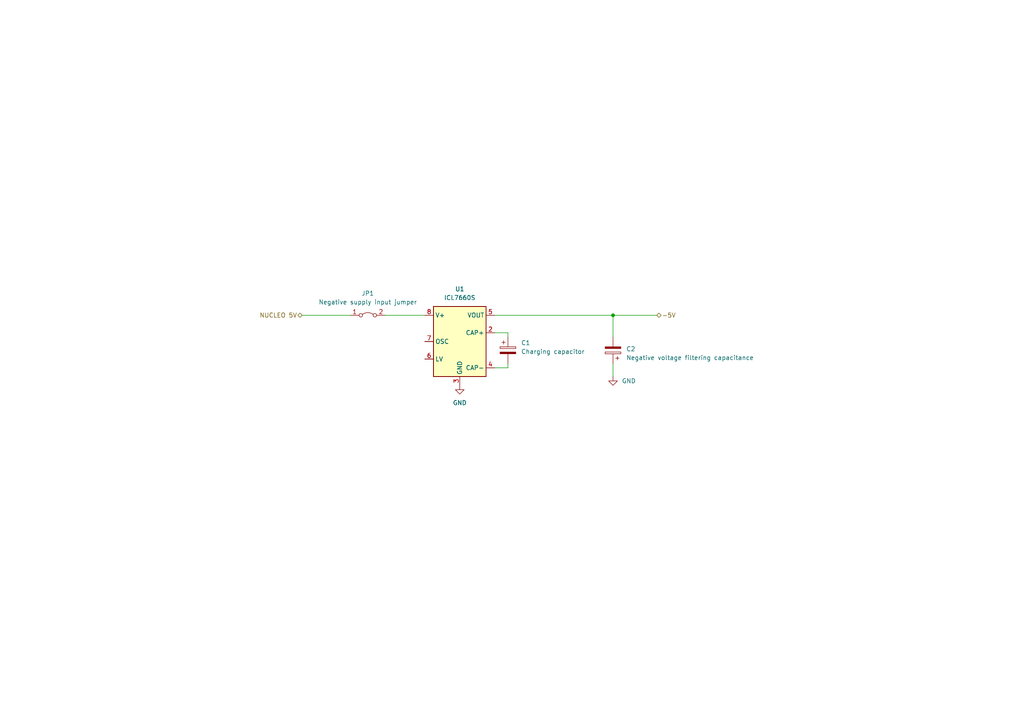
<source format=kicad_sch>
(kicad_sch (version 20211123) (generator eeschema)
  (paper "A4")
  (lib_symbols
    (symbol "Device:C_Polarized" (pin_numbers hide) (pin_names (offset 0.254))
      (property "Reference" "C" (at 0.635 2.54 0))
      (property "Value" "C_Polarized" (at 0.635 -2.54 0))
      (symbol "C_Polarized_0_1"
        (rectangle (start -2.286 0.508) (end 2.286 1.016))
        (polyline (pts (xy -1.778 2.286) (xy -0.762 2.286)))
        (polyline (pts (xy -1.27 2.794) (xy -1.27 1.778)))
        (rectangle (start 2.286 -0.508) (end -2.286 -1.016) (fill (type outline)))
      )
      (symbol "C_Polarized_1_1"
        (pin passive line (at 0 3.81 270) (length 2.794) (name "~") (number "1"))
        (pin passive line (at 0 -3.81 90) (length 2.794) (name "~") (number "2"))
      )
    )
    (symbol "Jumper:Jumper_2_Bridged" (pin_names (offset 0) hide)
      (property "Reference" "JP" (at 0 1.905 0))
      (property "Value" "Jumper_2_Bridged" (at 0 -2.54 0))
      (symbol "Jumper_2_Bridged_0_0"
        (circle (center -2.032 0) (radius 0.508))
        (circle (center 2.032 0) (radius 0.508))
      )
      (symbol "Jumper_2_Bridged_0_1"
        (arc (start 1.524 0.254) (mid 0 0.762) (end -1.524 0.254))
      )
      (symbol "Jumper_2_Bridged_1_1"
        (pin passive line (at -5.08 0 0) (length 2.54) (name "A") (number "1"))
        (pin passive line (at 5.08 0 180) (length 2.54) (name "B") (number "2"))
      )
    )
    (symbol "Regulator_SwitchedCapacitor:ICL7660"
      (property "Reference" "U" (at -6.35 11.43 0))
      (property "Value" "ICL7660" (at 3.81 11.43 0))
      (symbol "ICL7660_0_1"
        (rectangle (start -7.62 10.16) (end 7.62 -10.16) (stroke (width 0.254)) (fill (type background)))
      )
      (symbol "ICL7660_1_1"
        (pin no_connect line (at -7.62 5.08 0) (length 2.54) hide (name "NC") (number "1"))
        (pin input line (at 10.16 2.54 180) (length 2.54) (name "CAP+") (number "2"))
        (pin power_in line (at 0 -12.7 90) (length 2.54) (name "GND") (number "3"))
        (pin input line (at 10.16 -7.62 180) (length 2.54) (name "CAP-") (number "4"))
        (pin power_out line (at 10.16 7.62 180) (length 2.54) (name "VOUT") (number "5"))
        (pin input line (at -10.16 -5.08 0) (length 2.54) (name "LV") (number "6"))
        (pin input line (at -10.16 0 0) (length 2.54) (name "OSC") (number "7"))
        (pin power_in line (at -10.16 7.62 0) (length 2.54) (name "V+") (number "8"))
      )
    )
    (symbol "power:GND" (power) (pin_names (offset 0))
      (property "Value" "GND" (at 0 -3.81 0))
      (symbol "GND_0_1"
        (polyline (pts (xy 0 0) (xy 0 -1.27) (xy 1.27 -1.27) (xy 0 -2.54) (xy -1.27 -1.27) (xy 0 -1.27)))
      )
      (symbol "GND_1_1"
        (pin power_in line (at 0 0 270) (length 0) hide (name "GND") (number "1"))
      )
    )
  )
  (junction (at 177.8 91.44))
  (wire (pts (xy 87.63 91.44) (xy 101.6 91.44)))
  (wire (pts (xy 147.32 105.41) (xy 147.32 106.68)))
  (wire (pts (xy 147.32 106.68) (xy 143.51 106.68)))
  (wire (pts (xy 147.32 96.52) (xy 147.32 97.79)))
  (wire (pts (xy 177.8 105.41) (xy 177.8 109.22)))
  (wire (pts (xy 143.51 96.52) (xy 147.32 96.52)))
  (wire (pts (xy 143.51 91.44) (xy 177.8 91.44)))
  (wire (pts (xy 111.76 91.44) (xy 123.19 91.44)))
  (wire (pts (xy 177.8 91.44) (xy 177.8 97.79)))
  (wire (pts (xy 177.8 91.44) (xy 190.5 91.44)))
  (hierarchical_label "-5V" (shape bidirectional) (at 190.5 91.44 0))
  (hierarchical_label "NUCLEO 5V" (shape bidirectional) (at 87.63 91.44 180))
  (symbol (lib_id "Device:C_Polarized") (at 147.32 101.6 0) (unit 1)
    (property "Reference" "C1" (at 151.13 99.4409 0) (effects (justify left)))
    (property "Value" "Charging capacitor" (at 151.13 101.9809 0) (effects (justify left)))
  )
  (symbol (lib_id "Regulator_SwitchedCapacitor:ICL7660") (at 133.35 99.06 0) (unit 1)
    (property "Reference" "U1" (at 133.35 83.82 0))
    (property "Value" "ICL7660S" (at 133.35 86.36 0))
    (property "Datasheet" "http://datasheets.maximintegrated.com/en/ds/ICL7660-MAX1044.pdf" (effects hide))
  )
  (symbol (lib_id "power:GND") (at 133.35 111.76 0) (unit 1)
    (property "Reference" "#PWR?" (effects hide))
    (property "Value" "GND" (at 133.35 116.84 0))
  )
  (symbol (lib_id "Device:C_Polarized") (at 177.8 101.6 180) (unit 1)
    (property "Reference" "C2" (at 181.61 101.2189 0) (effects (justify right)))
    (property "Value" "Negative voltage filtering capacitance" (at 181.61 103.7589 0) (effects (justify right)))
  )
  (symbol (lib_id "power:GND") (at 177.8 109.22 0) (unit 1)
    (property "Reference" "#PWR?" (effects hide))
    (property "Value" "GND" (at 180.34 110.4899 0) (effects (justify left)))
  )
  (symbol (lib_id "Jumper:Jumper_2_Bridged") (at 106.68 91.44 0) (unit 1)
    (property "Reference" "JP1" (at 106.68 85.09 0))
    (property "Value" "Negative supply input jumper" (at 106.68 87.63 0))
  )
)
</source>
